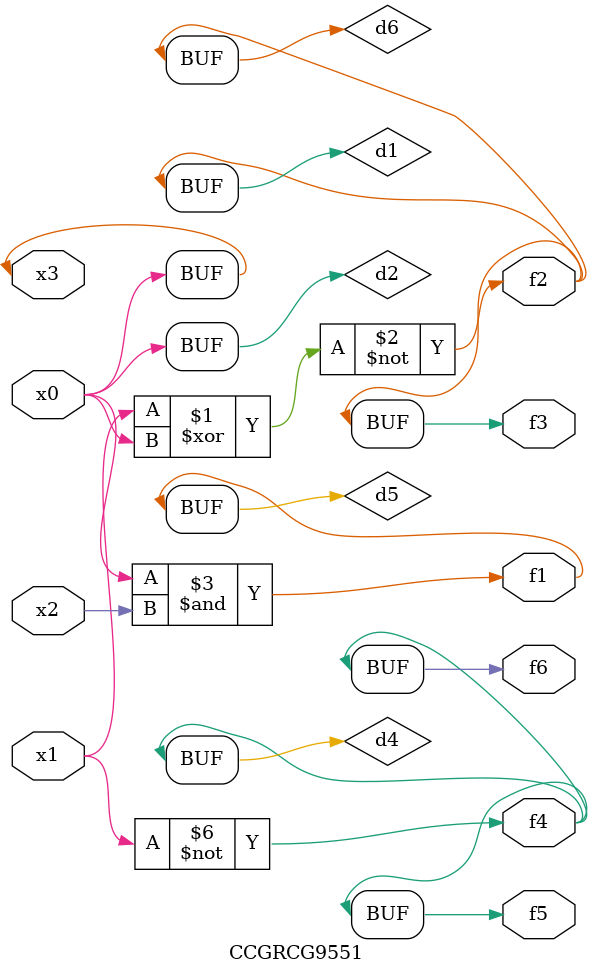
<source format=v>
module CCGRCG9551(
	input x0, x1, x2, x3,
	output f1, f2, f3, f4, f5, f6
);

	wire d1, d2, d3, d4, d5, d6;

	xnor (d1, x1, x3);
	buf (d2, x0, x3);
	nand (d3, x0, x2);
	not (d4, x1);
	nand (d5, d3);
	or (d6, d1);
	assign f1 = d5;
	assign f2 = d6;
	assign f3 = d6;
	assign f4 = d4;
	assign f5 = d4;
	assign f6 = d4;
endmodule

</source>
